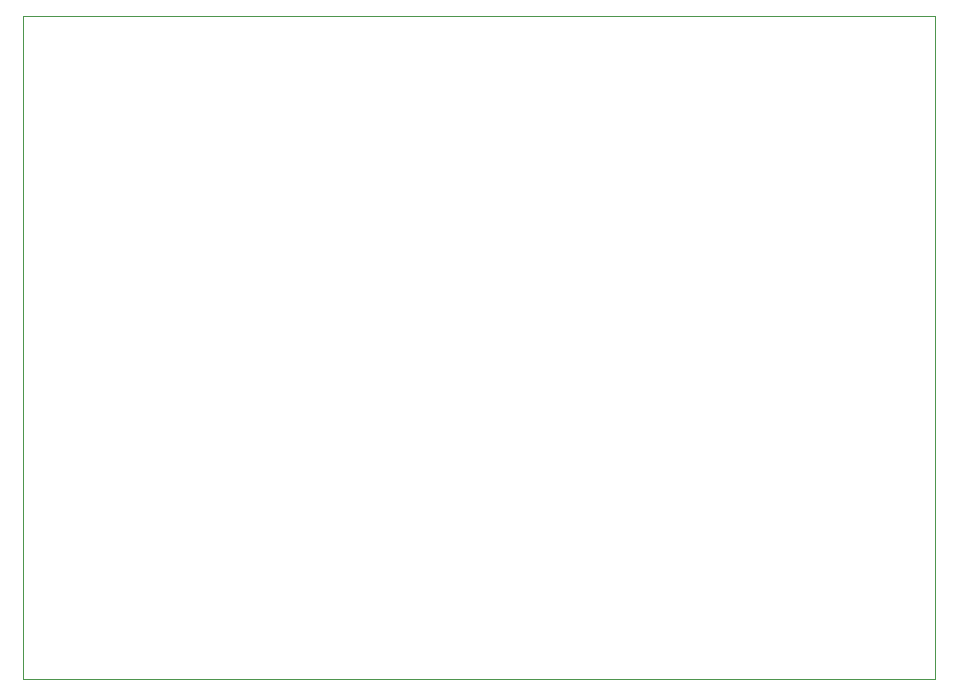
<source format=gbr>
%TF.GenerationSoftware,Altium Limited,Altium Designer,24.10.1 (45)*%
G04 Layer_Color=0*
%FSLAX25Y25*%
%MOIN*%
%TF.SameCoordinates,9950C81B-CD0A-4F44-AB06-5448DEDD42A1*%
%TF.FilePolarity,Positive*%
%TF.FileFunction,Profile,NP*%
%TF.Part,Single*%
G01*
G75*
%TA.AperFunction,Profile*%
%ADD62C,0.00100*%
D62*
X100000Y119000D02*
X404000D01*
Y340000D01*
X100000D01*
Y119000D01*
%TF.MD5,534cba58cb19cc7150e26416738acdbd*%
M02*

</source>
